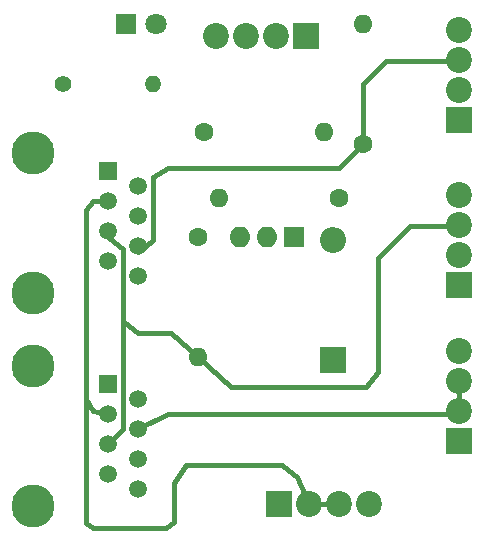
<source format=gbr>
G04 #@! TF.GenerationSoftware,KiCad,Pcbnew,(6.0.1-0)*
G04 #@! TF.CreationDate,2022-07-15T13:54:37-06:00*
G04 #@! TF.ProjectId,Muse_smorgas_v3.0.1_screwterminal,4d757365-5f73-46d6-9f72-6761735f7633,Smorg_3.0*
G04 #@! TF.SameCoordinates,Original*
G04 #@! TF.FileFunction,Copper,L4,Bot*
G04 #@! TF.FilePolarity,Positive*
%FSLAX46Y46*%
G04 Gerber Fmt 4.6, Leading zero omitted, Abs format (unit mm)*
G04 Created by KiCad (PCBNEW (6.0.1-0)) date 2022-07-15 13:54:37*
%MOMM*%
%LPD*%
G01*
G04 APERTURE LIST*
G04 #@! TA.AperFunction,ComponentPad*
%ADD10C,2.200000*%
G04 #@! TD*
G04 #@! TA.AperFunction,ComponentPad*
%ADD11R,2.200000X2.200000*%
G04 #@! TD*
G04 #@! TA.AperFunction,ComponentPad*
%ADD12O,2.200000X2.200000*%
G04 #@! TD*
G04 #@! TA.AperFunction,ComponentPad*
%ADD13O,1.600000X1.600000*%
G04 #@! TD*
G04 #@! TA.AperFunction,ComponentPad*
%ADD14C,1.600000*%
G04 #@! TD*
G04 #@! TA.AperFunction,ComponentPad*
%ADD15C,1.400000*%
G04 #@! TD*
G04 #@! TA.AperFunction,ComponentPad*
%ADD16O,1.400000X1.400000*%
G04 #@! TD*
G04 #@! TA.AperFunction,ComponentPad*
%ADD17R,1.800000X1.800000*%
G04 #@! TD*
G04 #@! TA.AperFunction,ComponentPad*
%ADD18C,1.800000*%
G04 #@! TD*
G04 #@! TA.AperFunction,WasherPad*
%ADD19C,3.650000*%
G04 #@! TD*
G04 #@! TA.AperFunction,ComponentPad*
%ADD20R,1.500000X1.500000*%
G04 #@! TD*
G04 #@! TA.AperFunction,ComponentPad*
%ADD21C,1.500000*%
G04 #@! TD*
G04 #@! TA.AperFunction,ComponentPad*
%ADD22R,1.778000X1.778000*%
G04 #@! TD*
G04 #@! TA.AperFunction,ComponentPad*
%ADD23O,1.778000X1.778000*%
G04 #@! TD*
G04 #@! TA.AperFunction,Conductor*
%ADD24C,0.381000*%
G04 #@! TD*
G04 #@! TA.AperFunction,Conductor*
%ADD25C,0.508000*%
G04 #@! TD*
G04 APERTURE END LIST*
D10*
X57658000Y-30480000D03*
X57658000Y-33020000D03*
X57658000Y-35560000D03*
D11*
X57658000Y-38100000D03*
D10*
X57658000Y-57658000D03*
X57658000Y-60198000D03*
X57658000Y-62738000D03*
D11*
X57658000Y-65278000D03*
D10*
X57658000Y-44450000D03*
X57658000Y-46990000D03*
X57658000Y-49530000D03*
D11*
X57658000Y-52070000D03*
D10*
X50038000Y-70612000D03*
X47498000Y-70612000D03*
X44958000Y-70612000D03*
D11*
X42418000Y-70612000D03*
D10*
X37084000Y-30988000D03*
X39624000Y-30988000D03*
X42164000Y-30988000D03*
D11*
X44704000Y-30988000D03*
X46990000Y-58420000D03*
D12*
X46990000Y-48260000D03*
D13*
X37338000Y-44704000D03*
D14*
X47498000Y-44704000D03*
D15*
X24130000Y-35052000D03*
D16*
X31750000Y-35052000D03*
D17*
X29464000Y-29972000D03*
D18*
X32004000Y-29972000D03*
D19*
X21590000Y-70832000D03*
X21590000Y-58962000D03*
D20*
X27940000Y-60452000D03*
D21*
X30480000Y-61722000D03*
X27940000Y-62992000D03*
X30480000Y-64262000D03*
X27940000Y-65532000D03*
X30480000Y-66802000D03*
X27940000Y-68072000D03*
X30480000Y-69342000D03*
D19*
X21590000Y-52798000D03*
X21590000Y-40928000D03*
D20*
X27940000Y-42418000D03*
D21*
X30480000Y-43688000D03*
X27940000Y-44958000D03*
X30480000Y-46228000D03*
X27940000Y-47498000D03*
X30480000Y-48768000D03*
X27940000Y-50038000D03*
X30480000Y-51308000D03*
D14*
X35560000Y-48006000D03*
D13*
X35560000Y-58166000D03*
D14*
X49530000Y-40132000D03*
D13*
X49530000Y-29972000D03*
D14*
X36068000Y-39116000D03*
D13*
X46228000Y-39116000D03*
D22*
X43688000Y-48006000D03*
D23*
X41388000Y-48006000D03*
X39088000Y-48006000D03*
D24*
X33528000Y-68834000D02*
X34544000Y-67310000D01*
X33528000Y-72136000D02*
X33528000Y-68834000D01*
X34544000Y-67310000D02*
X42672000Y-67310000D01*
X42672000Y-67310000D02*
X43942000Y-68326000D01*
X32874857Y-72644000D02*
X33528000Y-72136000D01*
X43942000Y-68326000D02*
X44958000Y-70612000D01*
X44958000Y-70612000D02*
X47498000Y-70612000D01*
X26670000Y-72644000D02*
X32874857Y-72644000D01*
X26670000Y-44958000D02*
X27940000Y-44958000D01*
X27940000Y-62992000D02*
X26670000Y-62738000D01*
D25*
X27813000Y-62865000D02*
X27940000Y-62992000D01*
D24*
X26035000Y-72263000D02*
X26670000Y-72644000D01*
X26035000Y-72263000D02*
X26035000Y-61722000D01*
X26035000Y-61722000D02*
X26035000Y-45720000D01*
X26035000Y-45720000D02*
X26670000Y-44958000D01*
X26670000Y-62738000D02*
X26035000Y-61722000D01*
X33051750Y-62992000D02*
X33020000Y-63006941D01*
X33020000Y-63006941D02*
X30353000Y-64262000D01*
X33020000Y-63006941D02*
X57632941Y-63006941D01*
X57632941Y-63006941D02*
X57658000Y-63032000D01*
X57658000Y-63032000D02*
X57658000Y-60532000D01*
X29210000Y-55118000D02*
X29210000Y-64262000D01*
X29210000Y-64262000D02*
X27940000Y-65532000D01*
X29210000Y-55118000D02*
X30480000Y-56134000D01*
X33274000Y-56134000D02*
X35560000Y-58166000D01*
X30480000Y-56134000D02*
X33274000Y-56134000D01*
X35560000Y-58166000D02*
X35560000Y-58166000D01*
X35560000Y-58166000D02*
X35560000Y-58166000D01*
X29210000Y-49022000D02*
X29210000Y-55118000D01*
X27940000Y-48006000D02*
X29210000Y-49022000D01*
X57658000Y-47070000D02*
X53514000Y-47070000D01*
X38354000Y-60706000D02*
X35560000Y-58166000D01*
X49784000Y-60706000D02*
X38354000Y-60706000D01*
X50800000Y-59436000D02*
X49784000Y-60706000D01*
X50800000Y-49784000D02*
X50800000Y-59436000D01*
X53514000Y-47070000D02*
X50800000Y-49784000D01*
X31115000Y-48768000D02*
X31750000Y-48260000D01*
X49530000Y-40132000D02*
X47498000Y-42164000D01*
X36068000Y-42164000D02*
X47498000Y-42164000D01*
X31115000Y-48768000D02*
X30480000Y-49276000D01*
X33020000Y-42164000D02*
X36068000Y-42164000D01*
X33020000Y-42164000D02*
X31750000Y-42926000D01*
X31750000Y-42926000D02*
X31750000Y-44577000D01*
X31750000Y-47244000D02*
X31750000Y-48260000D01*
X31750000Y-44577000D02*
X31750000Y-47244000D01*
X57658000Y-33100000D02*
X51482000Y-33100000D01*
X49530000Y-35052000D02*
X49530000Y-40132000D01*
X51482000Y-33100000D02*
X49530000Y-35052000D01*
M02*

</source>
